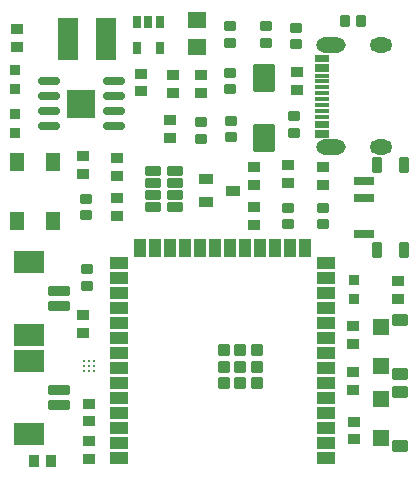
<source format=gts>
G04 Layer: TopSolderMaskLayer*
G04 EasyEDA Pro v2.2.32.3, 2024-12-21 19:23:06*
G04 Gerber Generator version 0.3*
G04 Scale: 100 percent, Rotated: No, Reflected: No*
G04 Dimensions in millimeters*
G04 Leading zeros omitted, absolute positions, 3 integers and 5 decimals*
%FSLAX35Y35*%
%MOMM*%
%AMRoundRect*1,1,$1,$2,$3*1,1,$1,$4,$5*1,1,$1,0-$2,0-$3*1,1,$1,0-$4,0-$5*20,1,$1,$2,$3,$4,$5,0*20,1,$1,$4,$5,0-$2,0-$3,0*20,1,$1,0-$2,0-$3,0-$4,0-$5,0*20,1,$1,0-$4,0-$5,$2,$3,0*4,1,4,$2,$3,$4,$5,0-$2,0-$3,0-$4,0-$5,$2,$3,0*%
%ADD10RoundRect,0.3344X-0.3336X-0.2836X-0.3336X0.2836*%
%ADD11RoundRect,0.09164X-0.40518X0.40518X0.40518X0.40518*%
%ADD12RoundRect,0.09138X-0.43712X-0.40835X-0.43712X0.40835*%
%ADD13RoundRect,0.09138X0.43712X0.40835X0.43712X-0.40835*%
%ADD14RoundRect,0.08891X0.85556X0.35556X0.85556X-0.35556*%
%ADD15RoundRect,0.09502X1.2525X0.9025X1.2525X-0.9025*%
%ADD16O,1.9016X0.7016*%
%ADD17RoundRect,0.09746X1.14706X1.14706X1.14706X-1.14706*%
%ADD18RoundRect,0.09164X-0.45518X-0.40518X-0.45518X0.40518*%
%ADD19RoundRect,0.3344X0.3336X0.2836X0.3336X-0.2836*%
%ADD20RoundRect,0.3344X0.2836X-0.3336X-0.2836X-0.3336*%
%ADD21RoundRect,0.09489X-0.75335X-0.67085X-0.75335X0.67085*%
%ADD22RoundRect,0.09623X0.80288X-1.75288X-0.80288X-1.75288*%
%ADD23RoundRect,0.08752X0.30625X-0.50625X-0.30625X-0.50625*%
%ADD24RoundRect,0.09654X-0.85273X-1.10273X-0.85273X1.10273*%
%ADD25RoundRect,0.09164X-0.50518X0.40518X0.50518X0.40518*%
%ADD26RoundRect,0.08947X0.60526X-0.38027X-0.60526X-0.38027*%
%ADD27RoundRect,0.09164X0.45518X0.40518X0.45518X-0.40518*%
%ADD28RoundRect,0.09164X-0.40518X0.45518X0.40518X0.45518*%
%ADD29C,0.332*%
%ADD30RoundRect,0.08X-0.58X-0.16X-0.58X0.16*%
%ADD31O,1.9X1.3*%
%ADD32O,2.5X1.3*%
%ADD33RoundRect,0.09336X0.50432X0.75432X0.50432X-0.75432*%
%ADD34RoundRect,0.09164X0.40518X-0.40518X-0.40518X-0.40518*%
%ADD35RoundRect,0.09049X0.35575X0.60575X0.35575X-0.60575*%
%ADD36RoundRect,0.08906X0.76847X-0.30647X-0.76847X-0.30647*%
%ADD37RoundRect,0.09258X0.60471X0.45471X0.60471X-0.45471*%
%ADD38RoundRect,0.09258X-0.60471X-0.45471X-0.60471X0.45471*%
%ADD39RoundRect,0.09459X-0.6537X-0.6037X-0.6537X0.6037*%
%ADD40RoundRect,0.09093X0.75455X-0.45455X-0.75455X-0.45455*%
%ADD41RoundRect,0.09093X0.45455X0.75455X0.45455X-0.75455*%
%ADD42RoundRect,0.09093X-0.75455X0.45455X0.75455X0.45455*%
%ADD43RoundRect,0.09258X0.45471X0.45471X0.45471X-0.45471*%
G75*


G04 Pad Start*
G54D10*
G01X4546600Y-4844898D03*
G01X4546600Y-4984902D03*
G01X5524500Y-4197198D03*
G01X5524500Y-4337202D03*
G54D11*
G01X3949713Y-4283646D03*
G01X3949687Y-4123753D03*
G54D12*
G01X4813300Y-4839564D03*
G01X4813300Y-4990236D03*
G54D13*
G01X3962400Y-3555136D03*
G01X3962400Y-3404464D03*
G54D12*
G01X4521200Y-4483964D03*
G01X4521200Y-4634636D03*
G54D11*
G01X3949362Y-3755453D03*
G01X3950048Y-3915346D03*
G54D14*
G01X4316006Y-5627103D03*
G01X4316006Y-5752097D03*
G54D15*
G01X4065994Y-5382095D03*
G01X4065994Y-5997105D03*
G54D16*
G01X4231259Y-3848100D03*
G01X4231259Y-3975100D03*
G01X4231259Y-4102100D03*
G01X4231259Y-4229100D03*
G01X4785741Y-3848100D03*
G01X4785741Y-3975100D03*
G01X4785741Y-4102100D03*
G01X4785741Y-4229100D03*
G54D17*
G01X4508500Y-4038600D03*
G54D18*
G01X5016500Y-3790798D03*
G01X5016500Y-3930802D03*
G54D19*
G01X6070600Y-3524402D03*
G01X6070600Y-3384398D03*
G01X6324600Y-3537102D03*
G01X6324600Y-3397098D03*
G54D10*
G01X5765800Y-3778098D03*
G01X5765800Y-3918102D03*
G54D20*
G01X6737198Y-3340100D03*
G01X6877202Y-3340100D03*
G54D21*
G01X5486400Y-3327451D03*
G01X5486400Y-3555949D03*
G54D22*
G01X4399305Y-3492500D03*
G01X4719295Y-3492500D03*
G54D13*
G01X5283200Y-3948836D03*
G01X5283200Y-3798164D03*
G01X6337300Y-3923436D03*
G01X6337300Y-3772764D03*
G54D12*
G01X5524500Y-3798164D03*
G01X5524500Y-3948836D03*
G54D23*
G01X5170144Y-3569260D03*
G01X4980152Y-3569260D03*
G01X5170144Y-3349245D03*
G01X4980152Y-3349245D03*
G01X5075148Y-3349245D03*
G54D10*
G01X6261100Y-4921098D03*
G01X6261100Y-5061102D03*
G01X6553200Y-4921098D03*
G01X6553200Y-5061102D03*
G54D24*
G01X6057900Y-4333240D03*
G01X6057900Y-3820160D03*
G54D25*
G01X5561899Y-4870201D03*
G01X5791901Y-4775205D03*
G01X5561899Y-4680199D03*
G54D12*
G01X4813300Y-4496664D03*
G01X4813300Y-4647336D03*
G01X4572000Y-6896964D03*
G01X4572000Y-7047636D03*
G54D19*
G01X5765800Y-3524402D03*
G01X5765800Y-3384398D03*
G54D10*
G01X6311900Y-4146398D03*
G01X6311900Y-4286402D03*
G54D13*
G01X5969000Y-5066436D03*
G01X5969000Y-4915764D03*
G54D12*
G01X5969000Y-4572864D03*
G01X5969000Y-4723536D03*
G54D13*
G01X5257800Y-4329836D03*
G01X5257800Y-4179164D03*
G54D26*
G01X5111999Y-4612500D03*
G01X5111999Y-4712500D03*
G01X5111999Y-4812500D03*
G01X5111999Y-4912500D03*
G01X5302001Y-4912500D03*
G01X5302001Y-4812500D03*
G01X5302001Y-4712500D03*
G01X5302001Y-4612500D03*
G54D19*
G01X4559300Y-5581802D03*
G01X4559300Y-5441798D03*
G01X5778500Y-4324502D03*
G01X5778500Y-4184498D03*
G54D27*
G01X4572000Y-6724802D03*
G01X4572000Y-6584798D03*
G54D28*
G01X4248302Y-7061200D03*
G01X4108298Y-7061200D03*
G54D13*
G01X4521200Y-5980836D03*
G01X4521200Y-5830164D03*
G54D29*
G01X4532005Y-6221085D03*
G01X4572010Y-6221085D03*
G01X4612015Y-6221085D03*
G01X4532005Y-6261090D03*
G01X4572010Y-6261090D03*
G01X4612015Y-6261090D03*
G01X4532005Y-6301095D03*
G01X4572010Y-6301095D03*
G01X4612015Y-6301095D03*
G54D14*
G01X4316006Y-6465303D03*
G01X4316006Y-6590297D03*
G54D15*
G01X4065994Y-6220295D03*
G01X4065994Y-6835305D03*
G54D12*
G01X6261100Y-4560164D03*
G01X6261100Y-4710836D03*
G01X6553200Y-4572864D03*
G01X6553200Y-4723536D03*
G54D30*
G01X6547129Y-4310101D03*
G01X6547129Y-4280103D03*
G01X6547409Y-4230116D03*
G01X6547409Y-4200093D03*
G01X6547002Y-4150106D03*
G01X6547002Y-4100093D03*
G01X6547129Y-4050106D03*
G01X6547002Y-4000094D03*
G01X6547129Y-3950106D03*
G01X6547002Y-3900094D03*
G01X6547002Y-3850132D03*
G01X6547002Y-3800094D03*
G01X6547002Y-3750107D03*
G01X6547002Y-3720109D03*
G01X6547002Y-3670097D03*
G01X6547002Y-3640099D03*
G54D31*
G01X7041998Y-3543097D03*
G01X7041998Y-4407103D03*
G54D32*
G01X6623990Y-4407078D03*
G01X6623990Y-3543097D03*
G54D18*
G01X6817764Y-6737198D03*
G01X6817764Y-6877202D03*
G54D33*
G01X4264787Y-4529651D03*
G01X3964813Y-4529651D03*
G01X3964813Y-5029650D03*
G01X4264787Y-5029650D03*
G54D34*
G01X6816667Y-5533453D03*
G01X6816692Y-5693346D03*
G54D12*
G01X6807200Y-6312493D03*
G01X6807200Y-6463165D03*
G01X6807200Y-5924095D03*
G01X6807200Y-6074767D03*
G54D13*
G01X7188200Y-5688736D03*
G01X7188200Y-5538064D03*
G54D35*
G01X7013905Y-4554906D03*
G01X7243902Y-4554906D03*
G01X7243902Y-5274894D03*
G01X7013905Y-5274894D03*
G54D36*
G01X6903898Y-4689907D03*
G01X6903898Y-4839894D03*
G01X6903898Y-5139893D03*
G54D37*
G01X7202195Y-6475603D03*
G54D38*
G01X7202195Y-6935597D03*
G54D39*
G01X7047205Y-6538112D03*
G01X7047205Y-6873113D03*
G54D37*
G01X7202195Y-5866003D03*
G54D38*
G01X7202195Y-6325997D03*
G54D39*
G01X7047205Y-5928512D03*
G01X7047205Y-6263513D03*
G54D40*
G01X6577305Y-7036295D03*
G01X6577305Y-6909295D03*
G01X6577305Y-6782295D03*
G01X6577305Y-6655295D03*
G01X6577305Y-6528295D03*
G01X6577305Y-6401295D03*
G01X6577305Y-6274295D03*
G01X6577305Y-6147295D03*
G01X6577305Y-6020295D03*
G01X6577305Y-5893295D03*
G01X6577305Y-5766295D03*
G01X6577305Y-5639295D03*
G01X6577305Y-5512295D03*
G01X6577305Y-5385295D03*
G54D41*
G01X6400800Y-5257305D03*
G01X6273800Y-5257305D03*
G01X6146800Y-5257305D03*
G01X6019800Y-5257305D03*
G01X5892800Y-5257305D03*
G01X5765800Y-5257305D03*
G01X5638800Y-5257305D03*
G01X5511800Y-5257305D03*
G01X5384800Y-5257305D03*
G01X5257800Y-5257305D03*
G01X5130800Y-5257305D03*
G01X5003800Y-5260302D03*
G54D42*
G01X4827295Y-5385295D03*
G01X4827295Y-5512295D03*
G01X4827295Y-5639295D03*
G01X4827295Y-5766295D03*
G01X4827295Y-5893295D03*
G01X4827295Y-6020295D03*
G01X4827295Y-6147295D03*
G01X4827295Y-6274295D03*
G01X4827295Y-6401295D03*
G01X4827295Y-6528295D03*
G01X4827295Y-6655295D03*
G01X4827295Y-6782295D03*
G01X4827295Y-6909295D03*
G01X4827295Y-7036295D03*
G54D43*
G01X5712308Y-6124283D03*
G01X5852312Y-6124283D03*
G01X5992317Y-6124283D03*
G01X5992317Y-6404292D03*
G01X5852312Y-6404292D03*
G01X5712308Y-6404292D03*
G01X5712308Y-6264288D03*
G01X5992317Y-6264288D03*
G01X5852312Y-6264288D03*
G04 Pad End*

M02*


</source>
